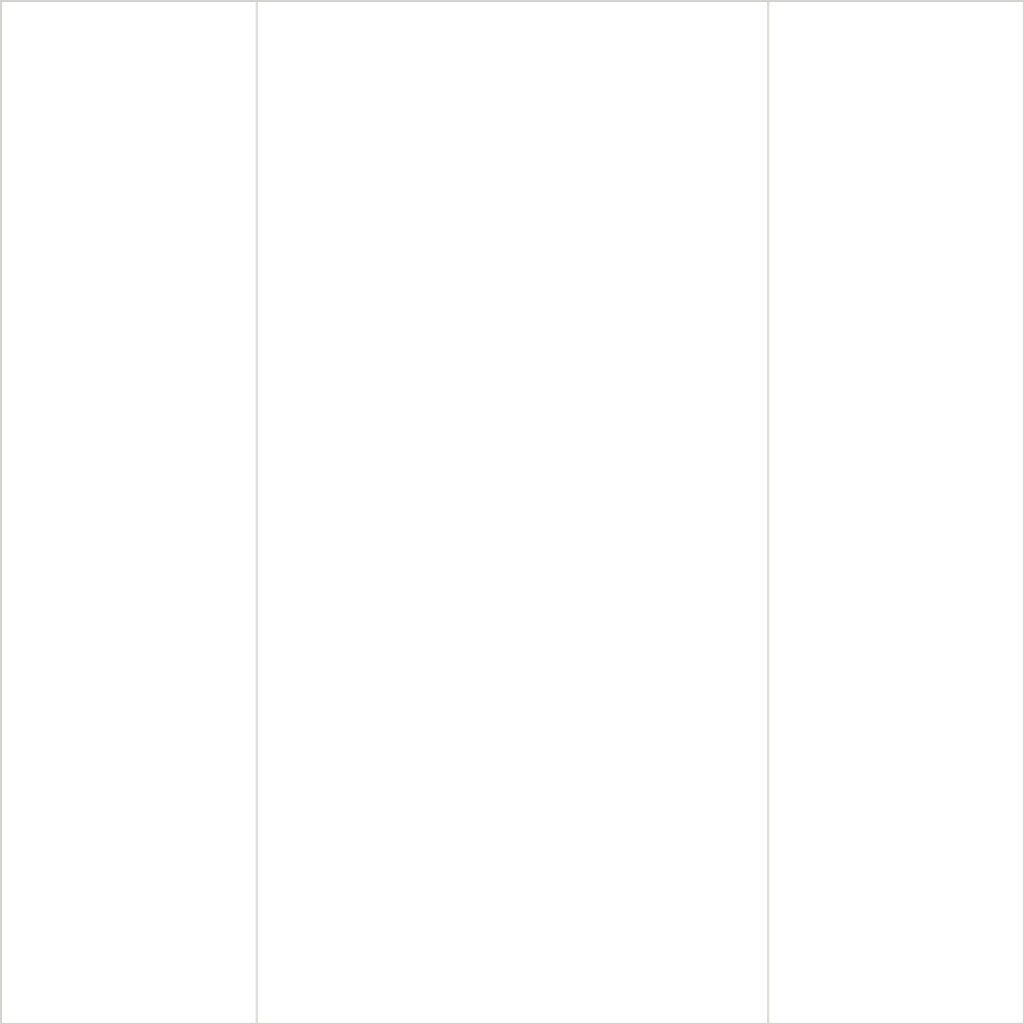
<source format=kicad_pcb>
(kicad_pcb
	(version 20240108)
	(generator "pcbnew")
	(generator_version "8.0")
	(general
		(thickness 1.6)
		(legacy_teardrops no)
	)
	(paper "A4")
	(layers
		(0 "F.Cu" signal)
		(31 "B.Cu" signal)
		(32 "B.Adhes" user "B.Adhesive")
		(33 "F.Adhes" user "F.Adhesive")
		(34 "B.Paste" user)
		(35 "F.Paste" user)
		(36 "B.SilkS" user "B.Silkscreen")
		(37 "F.SilkS" user "F.Silkscreen")
		(38 "B.Mask" user)
		(39 "F.Mask" user)
		(40 "Dwgs.User" user "User.Drawings")
		(41 "Cmts.User" user "User.Comments")
		(42 "Eco1.User" user "User.Eco1")
		(43 "Eco2.User" user "User.Eco2")
		(44 "Edge.Cuts" user)
		(45 "Margin" user)
		(46 "B.CrtYd" user "B.Courtyard")
		(47 "F.CrtYd" user "F.Courtyard")
		(48 "B.Fab" user)
		(49 "F.Fab" user)
		(50 "User.1" user)
		(51 "User.2" user)
		(52 "User.3" user)
		(53 "User.4" user)
		(54 "User.5" user)
		(55 "User.6" user)
		(56 "User.7" user)
		(57 "User.8" user)
		(58 "User.9" user)
	)
	(setup
		(pad_to_mask_clearance 0)
		(allow_soldermask_bridges_in_footprints no)
		(pcbplotparams
			(layerselection 0x0001000_7ffffffe)
			(plot_on_all_layers_selection 0x0000000_00000000)
			(disableapertmacros no)
			(usegerberextensions no)
			(usegerberattributes yes)
			(usegerberadvancedattributes yes)
			(creategerberjobfile yes)
			(dashed_line_dash_ratio 12.000000)
			(dashed_line_gap_ratio 3.000000)
			(svgprecision 4)
			(plotframeref no)
			(viasonmask no)
			(mode 1)
			(useauxorigin no)
			(hpglpennumber 1)
			(hpglpenspeed 20)
			(hpglpendiameter 15.000000)
			(pdf_front_fp_property_popups yes)
			(pdf_back_fp_property_popups yes)
			(dxfpolygonmode yes)
			(dxfimperialunits yes)
			(dxfusepcbnewfont yes)
			(psnegative no)
			(psa4output no)
			(plotreference yes)
			(plotvalue yes)
			(plotfptext yes)
			(plotinvisibletext no)
			(sketchpadsonfab no)
			(subtractmaskfromsilk no)
			(outputformat 1)
			(mirror no)
			(drillshape 0)
			(scaleselection 1)
			(outputdirectory "")
		)
	)
	(net 0 "")
	(gr_line
		(start 177.8 101.6)
		(end 171.45 101.6)
		(stroke
			(width 0.05)
			(type default)
		)
		(layer "Edge.Cuts")
		(uuid "26730566-9ccb-4844-9429-87c73163d4ad")
	)
	(gr_line
		(start 177.8 76.2)
		(end 177.8 101.6)
		(stroke
			(width 0.05)
			(type default)
		)
		(layer "Edge.Cuts")
		(uuid "924a3906-4d87-449d-8df8-3155af3cdb2e")
	)
	(gr_line
		(start 171.45 76.2)
		(end 171.45 101.6)
		(stroke
			(width 0.05)
			(type default)
		)
		(layer "Edge.Cuts")
		(uuid "da6713ba-11b4-423b-93bd-490d74308b8a")
	)
	(gr_line
		(start 171.45 101.6)
		(end 158.75 101.6)
		(stroke
			(width 0.05)
			(type default)
		)
		(layer "Edge.Cuts")
		(uuid "df38a776-49d3-4144-8411-aaa1cc60e4d7")
	)
	(gr_line
		(start 158.75 76.2)
		(end 171.45 76.2)
		(stroke
			(width 0.05)
			(type default)
		)
		(layer "Edge.Cuts")
		(uuid "eaf64c90-501a-46a3-9f3a-70430f64318a")
	)
	(gr_rect
		(start 152.4 76.2)
		(end 158.75 101.6)
		(stroke
			(width 0.05)
			(type default)
		)
		(fill none)
		(layer "Edge.Cuts")
		(uuid "ef439ba0-f90f-41ae-8dde-beec390d9939")
	)
	(gr_line
		(start 171.45 76.2)
		(end 177.8 76.2)
		(stroke
			(width 0.05)
			(type default)
		)
		(layer "Edge.Cuts")
		(uuid "f42dd810-b95a-4d9d-95af-8d0a6dab1e28")
	)
)
</source>
